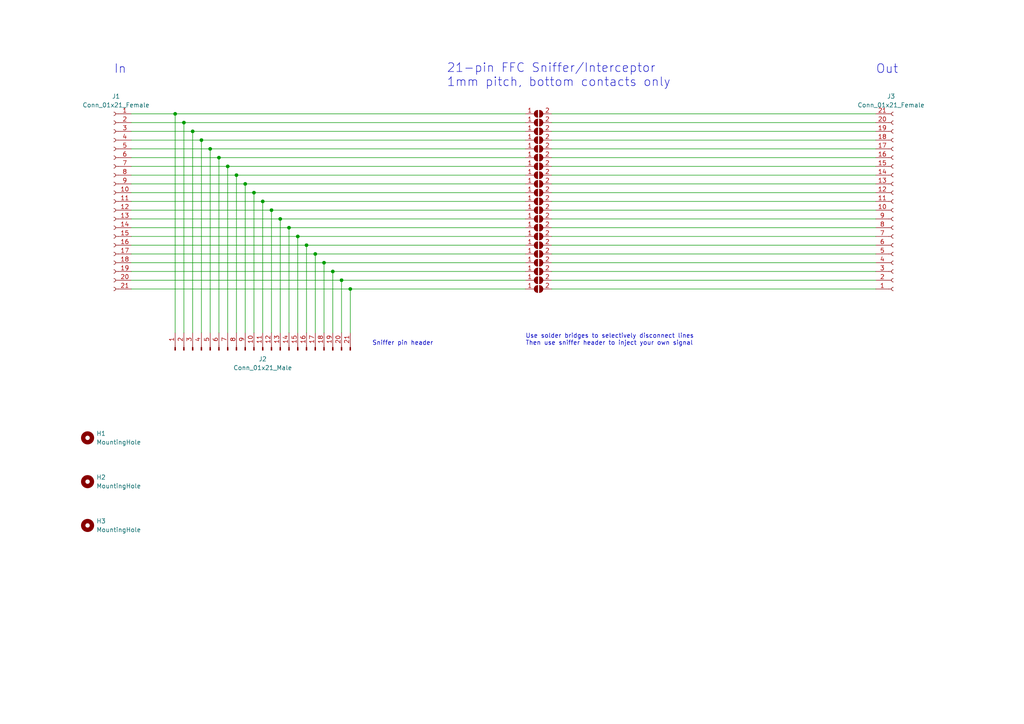
<source format=kicad_sch>
(kicad_sch (version 20211123) (generator eeschema)

  (uuid 9538e4ed-27e6-4c37-b989-9859dc0d49e8)

  (paper "A4")

  (lib_symbols
    (symbol "Connector:Conn_01x21_Female" (pin_names (offset 1.016) hide) (in_bom yes) (on_board yes)
      (property "Reference" "J" (id 0) (at 0 27.94 0)
        (effects (font (size 1.27 1.27)))
      )
      (property "Value" "Conn_01x21_Female" (id 1) (at 0 -27.94 0)
        (effects (font (size 1.27 1.27)))
      )
      (property "Footprint" "" (id 2) (at 0 0 0)
        (effects (font (size 1.27 1.27)) hide)
      )
      (property "Datasheet" "~" (id 3) (at 0 0 0)
        (effects (font (size 1.27 1.27)) hide)
      )
      (property "ki_keywords" "connector" (id 4) (at 0 0 0)
        (effects (font (size 1.27 1.27)) hide)
      )
      (property "ki_description" "Generic connector, single row, 01x21, script generated (kicad-library-utils/schlib/autogen/connector/)" (id 5) (at 0 0 0)
        (effects (font (size 1.27 1.27)) hide)
      )
      (property "ki_fp_filters" "Connector*:*_1x??_*" (id 6) (at 0 0 0)
        (effects (font (size 1.27 1.27)) hide)
      )
      (symbol "Conn_01x21_Female_1_1"
        (arc (start 0 -24.892) (mid -0.508 -25.4) (end 0 -25.908)
          (stroke (width 0.1524) (type default) (color 0 0 0 0))
          (fill (type none))
        )
        (arc (start 0 -22.352) (mid -0.508 -22.86) (end 0 -23.368)
          (stroke (width 0.1524) (type default) (color 0 0 0 0))
          (fill (type none))
        )
        (arc (start 0 -19.812) (mid -0.508 -20.32) (end 0 -20.828)
          (stroke (width 0.1524) (type default) (color 0 0 0 0))
          (fill (type none))
        )
        (arc (start 0 -17.272) (mid -0.508 -17.78) (end 0 -18.288)
          (stroke (width 0.1524) (type default) (color 0 0 0 0))
          (fill (type none))
        )
        (arc (start 0 -14.732) (mid -0.508 -15.24) (end 0 -15.748)
          (stroke (width 0.1524) (type default) (color 0 0 0 0))
          (fill (type none))
        )
        (arc (start 0 -12.192) (mid -0.508 -12.7) (end 0 -13.208)
          (stroke (width 0.1524) (type default) (color 0 0 0 0))
          (fill (type none))
        )
        (arc (start 0 -9.652) (mid -0.508 -10.16) (end 0 -10.668)
          (stroke (width 0.1524) (type default) (color 0 0 0 0))
          (fill (type none))
        )
        (arc (start 0 -7.112) (mid -0.508 -7.62) (end 0 -8.128)
          (stroke (width 0.1524) (type default) (color 0 0 0 0))
          (fill (type none))
        )
        (arc (start 0 -4.572) (mid -0.508 -5.08) (end 0 -5.588)
          (stroke (width 0.1524) (type default) (color 0 0 0 0))
          (fill (type none))
        )
        (arc (start 0 -2.032) (mid -0.508 -2.54) (end 0 -3.048)
          (stroke (width 0.1524) (type default) (color 0 0 0 0))
          (fill (type none))
        )
        (polyline
          (pts
            (xy -1.27 -25.4)
            (xy -0.508 -25.4)
          )
          (stroke (width 0.1524) (type default) (color 0 0 0 0))
          (fill (type none))
        )
        (polyline
          (pts
            (xy -1.27 -22.86)
            (xy -0.508 -22.86)
          )
          (stroke (width 0.1524) (type default) (color 0 0 0 0))
          (fill (type none))
        )
        (polyline
          (pts
            (xy -1.27 -20.32)
            (xy -0.508 -20.32)
          )
          (stroke (width 0.1524) (type default) (color 0 0 0 0))
          (fill (type none))
        )
        (polyline
          (pts
            (xy -1.27 -17.78)
            (xy -0.508 -17.78)
          )
          (stroke (width 0.1524) (type default) (color 0 0 0 0))
          (fill (type none))
        )
        (polyline
          (pts
            (xy -1.27 -15.24)
            (xy -0.508 -15.24)
          )
          (stroke (width 0.1524) (type default) (color 0 0 0 0))
          (fill (type none))
        )
        (polyline
          (pts
            (xy -1.27 -12.7)
            (xy -0.508 -12.7)
          )
          (stroke (width 0.1524) (type default) (color 0 0 0 0))
          (fill (type none))
        )
        (polyline
          (pts
            (xy -1.27 -10.16)
            (xy -0.508 -10.16)
          )
          (stroke (width 0.1524) (type default) (color 0 0 0 0))
          (fill (type none))
        )
        (polyline
          (pts
            (xy -1.27 -7.62)
            (xy -0.508 -7.62)
          )
          (stroke (width 0.1524) (type default) (color 0 0 0 0))
          (fill (type none))
        )
        (polyline
          (pts
            (xy -1.27 -5.08)
            (xy -0.508 -5.08)
          )
          (stroke (width 0.1524) (type default) (color 0 0 0 0))
          (fill (type none))
        )
        (polyline
          (pts
            (xy -1.27 -2.54)
            (xy -0.508 -2.54)
          )
          (stroke (width 0.1524) (type default) (color 0 0 0 0))
          (fill (type none))
        )
        (polyline
          (pts
            (xy -1.27 0)
            (xy -0.508 0)
          )
          (stroke (width 0.1524) (type default) (color 0 0 0 0))
          (fill (type none))
        )
        (polyline
          (pts
            (xy -1.27 2.54)
            (xy -0.508 2.54)
          )
          (stroke (width 0.1524) (type default) (color 0 0 0 0))
          (fill (type none))
        )
        (polyline
          (pts
            (xy -1.27 5.08)
            (xy -0.508 5.08)
          )
          (stroke (width 0.1524) (type default) (color 0 0 0 0))
          (fill (type none))
        )
        (polyline
          (pts
            (xy -1.27 7.62)
            (xy -0.508 7.62)
          )
          (stroke (width 0.1524) (type default) (color 0 0 0 0))
          (fill (type none))
        )
        (polyline
          (pts
            (xy -1.27 10.16)
            (xy -0.508 10.16)
          )
          (stroke (width 0.1524) (type default) (color 0 0 0 0))
          (fill (type none))
        )
        (polyline
          (pts
            (xy -1.27 12.7)
            (xy -0.508 12.7)
          )
          (stroke (width 0.1524) (type default) (color 0 0 0 0))
          (fill (type none))
        )
        (polyline
          (pts
            (xy -1.27 15.24)
            (xy -0.508 15.24)
          )
          (stroke (width 0.1524) (type default) (color 0 0 0 0))
          (fill (type none))
        )
        (polyline
          (pts
            (xy -1.27 17.78)
            (xy -0.508 17.78)
          )
          (stroke (width 0.1524) (type default) (color 0 0 0 0))
          (fill (type none))
        )
        (polyline
          (pts
            (xy -1.27 20.32)
            (xy -0.508 20.32)
          )
          (stroke (width 0.1524) (type default) (color 0 0 0 0))
          (fill (type none))
        )
        (polyline
          (pts
            (xy -1.27 22.86)
            (xy -0.508 22.86)
          )
          (stroke (width 0.1524) (type default) (color 0 0 0 0))
          (fill (type none))
        )
        (polyline
          (pts
            (xy -1.27 25.4)
            (xy -0.508 25.4)
          )
          (stroke (width 0.1524) (type default) (color 0 0 0 0))
          (fill (type none))
        )
        (arc (start 0 0.508) (mid -0.508 0) (end 0 -0.508)
          (stroke (width 0.1524) (type default) (color 0 0 0 0))
          (fill (type none))
        )
        (arc (start 0 3.048) (mid -0.508 2.54) (end 0 2.032)
          (stroke (width 0.1524) (type default) (color 0 0 0 0))
          (fill (type none))
        )
        (arc (start 0 5.588) (mid -0.508 5.08) (end 0 4.572)
          (stroke (width 0.1524) (type default) (color 0 0 0 0))
          (fill (type none))
        )
        (arc (start 0 8.128) (mid -0.508 7.62) (end 0 7.112)
          (stroke (width 0.1524) (type default) (color 0 0 0 0))
          (fill (type none))
        )
        (arc (start 0 10.668) (mid -0.508 10.16) (end 0 9.652)
          (stroke (width 0.1524) (type default) (color 0 0 0 0))
          (fill (type none))
        )
        (arc (start 0 13.208) (mid -0.508 12.7) (end 0 12.192)
          (stroke (width 0.1524) (type default) (color 0 0 0 0))
          (fill (type none))
        )
        (arc (start 0 15.748) (mid -0.508 15.24) (end 0 14.732)
          (stroke (width 0.1524) (type default) (color 0 0 0 0))
          (fill (type none))
        )
        (arc (start 0 18.288) (mid -0.508 17.78) (end 0 17.272)
          (stroke (width 0.1524) (type default) (color 0 0 0 0))
          (fill (type none))
        )
        (arc (start 0 20.828) (mid -0.508 20.32) (end 0 19.812)
          (stroke (width 0.1524) (type default) (color 0 0 0 0))
          (fill (type none))
        )
        (arc (start 0 23.368) (mid -0.508 22.86) (end 0 22.352)
          (stroke (width 0.1524) (type default) (color 0 0 0 0))
          (fill (type none))
        )
        (arc (start 0 25.908) (mid -0.508 25.4) (end 0 24.892)
          (stroke (width 0.1524) (type default) (color 0 0 0 0))
          (fill (type none))
        )
        (pin passive line (at -5.08 25.4 0) (length 3.81)
          (name "Pin_1" (effects (font (size 1.27 1.27))))
          (number "1" (effects (font (size 1.27 1.27))))
        )
        (pin passive line (at -5.08 2.54 0) (length 3.81)
          (name "Pin_10" (effects (font (size 1.27 1.27))))
          (number "10" (effects (font (size 1.27 1.27))))
        )
        (pin passive line (at -5.08 0 0) (length 3.81)
          (name "Pin_11" (effects (font (size 1.27 1.27))))
          (number "11" (effects (font (size 1.27 1.27))))
        )
        (pin passive line (at -5.08 -2.54 0) (length 3.81)
          (name "Pin_12" (effects (font (size 1.27 1.27))))
          (number "12" (effects (font (size 1.27 1.27))))
        )
        (pin passive line (at -5.08 -5.08 0) (length 3.81)
          (name "Pin_13" (effects (font (size 1.27 1.27))))
          (number "13" (effects (font (size 1.27 1.27))))
        )
        (pin passive line (at -5.08 -7.62 0) (length 3.81)
          (name "Pin_14" (effects (font (size 1.27 1.27))))
          (number "14" (effects (font (size 1.27 1.27))))
        )
        (pin passive line (at -5.08 -10.16 0) (length 3.81)
          (name "Pin_15" (effects (font (size 1.27 1.27))))
          (number "15" (effects (font (size 1.27 1.27))))
        )
        (pin passive line (at -5.08 -12.7 0) (length 3.81)
          (name "Pin_16" (effects (font (size 1.27 1.27))))
          (number "16" (effects (font (size 1.27 1.27))))
        )
        (pin passive line (at -5.08 -15.24 0) (length 3.81)
          (name "Pin_17" (effects (font (size 1.27 1.27))))
          (number "17" (effects (font (size 1.27 1.27))))
        )
        (pin passive line (at -5.08 -17.78 0) (length 3.81)
          (name "Pin_18" (effects (font (size 1.27 1.27))))
          (number "18" (effects (font (size 1.27 1.27))))
        )
        (pin passive line (at -5.08 -20.32 0) (length 3.81)
          (name "Pin_19" (effects (font (size 1.27 1.27))))
          (number "19" (effects (font (size 1.27 1.27))))
        )
        (pin passive line (at -5.08 22.86 0) (length 3.81)
          (name "Pin_2" (effects (font (size 1.27 1.27))))
          (number "2" (effects (font (size 1.27 1.27))))
        )
        (pin passive line (at -5.08 -22.86 0) (length 3.81)
          (name "Pin_20" (effects (font (size 1.27 1.27))))
          (number "20" (effects (font (size 1.27 1.27))))
        )
        (pin passive line (at -5.08 -25.4 0) (length 3.81)
          (name "Pin_21" (effects (font (size 1.27 1.27))))
          (number "21" (effects (font (size 1.27 1.27))))
        )
        (pin passive line (at -5.08 20.32 0) (length 3.81)
          (name "Pin_3" (effects (font (size 1.27 1.27))))
          (number "3" (effects (font (size 1.27 1.27))))
        )
        (pin passive line (at -5.08 17.78 0) (length 3.81)
          (name "Pin_4" (effects (font (size 1.27 1.27))))
          (number "4" (effects (font (size 1.27 1.27))))
        )
        (pin passive line (at -5.08 15.24 0) (length 3.81)
          (name "Pin_5" (effects (font (size 1.27 1.27))))
          (number "5" (effects (font (size 1.27 1.27))))
        )
        (pin passive line (at -5.08 12.7 0) (length 3.81)
          (name "Pin_6" (effects (font (size 1.27 1.27))))
          (number "6" (effects (font (size 1.27 1.27))))
        )
        (pin passive line (at -5.08 10.16 0) (length 3.81)
          (name "Pin_7" (effects (font (size 1.27 1.27))))
          (number "7" (effects (font (size 1.27 1.27))))
        )
        (pin passive line (at -5.08 7.62 0) (length 3.81)
          (name "Pin_8" (effects (font (size 1.27 1.27))))
          (number "8" (effects (font (size 1.27 1.27))))
        )
        (pin passive line (at -5.08 5.08 0) (length 3.81)
          (name "Pin_9" (effects (font (size 1.27 1.27))))
          (number "9" (effects (font (size 1.27 1.27))))
        )
      )
    )
    (symbol "Connector:Conn_01x21_Male" (pin_names (offset 1.016) hide) (in_bom yes) (on_board yes)
      (property "Reference" "J" (id 0) (at 0 27.94 0)
        (effects (font (size 1.27 1.27)))
      )
      (property "Value" "Conn_01x21_Male" (id 1) (at 0 -27.94 0)
        (effects (font (size 1.27 1.27)))
      )
      (property "Footprint" "" (id 2) (at 0 0 0)
        (effects (font (size 1.27 1.27)) hide)
      )
      (property "Datasheet" "~" (id 3) (at 0 0 0)
        (effects (font (size 1.27 1.27)) hide)
      )
      (property "ki_keywords" "connector" (id 4) (at 0 0 0)
        (effects (font (size 1.27 1.27)) hide)
      )
      (property "ki_description" "Generic connector, single row, 01x21, script generated (kicad-library-utils/schlib/autogen/connector/)" (id 5) (at 0 0 0)
        (effects (font (size 1.27 1.27)) hide)
      )
      (property "ki_fp_filters" "Connector*:*_1x??_*" (id 6) (at 0 0 0)
        (effects (font (size 1.27 1.27)) hide)
      )
      (symbol "Conn_01x21_Male_1_1"
        (polyline
          (pts
            (xy 1.27 -25.4)
            (xy 0.8636 -25.4)
          )
          (stroke (width 0.1524) (type default) (color 0 0 0 0))
          (fill (type none))
        )
        (polyline
          (pts
            (xy 1.27 -22.86)
            (xy 0.8636 -22.86)
          )
          (stroke (width 0.1524) (type default) (color 0 0 0 0))
          (fill (type none))
        )
        (polyline
          (pts
            (xy 1.27 -20.32)
            (xy 0.8636 -20.32)
          )
          (stroke (width 0.1524) (type default) (color 0 0 0 0))
          (fill (type none))
        )
        (polyline
          (pts
            (xy 1.27 -17.78)
            (xy 0.8636 -17.78)
          )
          (stroke (width 0.1524) (type default) (color 0 0 0 0))
          (fill (type none))
        )
        (polyline
          (pts
            (xy 1.27 -15.24)
            (xy 0.8636 -15.24)
          )
          (stroke (width 0.1524) (type default) (color 0 0 0 0))
          (fill (type none))
        )
        (polyline
          (pts
            (xy 1.27 -12.7)
            (xy 0.8636 -12.7)
          )
          (stroke (width 0.1524) (type default) (color 0 0 0 0))
          (fill (type none))
        )
        (polyline
          (pts
            (xy 1.27 -10.16)
            (xy 0.8636 -10.16)
          )
          (stroke (width 0.1524) (type default) (color 0 0 0 0))
          (fill (type none))
        )
        (polyline
          (pts
            (xy 1.27 -7.62)
            (xy 0.8636 -7.62)
          )
          (stroke (width 0.1524) (type default) (color 0 0 0 0))
          (fill (type none))
        )
        (polyline
          (pts
            (xy 1.27 -5.08)
            (xy 0.8636 -5.08)
          )
          (stroke (width 0.1524) (type default) (color 0 0 0 0))
          (fill (type none))
        )
        (polyline
          (pts
            (xy 1.27 -2.54)
            (xy 0.8636 -2.54)
          )
          (stroke (width 0.1524) (type default) (color 0 0 0 0))
          (fill (type none))
        )
        (polyline
          (pts
            (xy 1.27 0)
            (xy 0.8636 0)
          )
          (stroke (width 0.1524) (type default) (color 0 0 0 0))
          (fill (type none))
        )
        (polyline
          (pts
            (xy 1.27 2.54)
            (xy 0.8636 2.54)
          )
          (stroke (width 0.1524) (type default) (color 0 0 0 0))
          (fill (type none))
        )
        (polyline
          (pts
            (xy 1.27 5.08)
            (xy 0.8636 5.08)
          )
          (stroke (width 0.1524) (type default) (color 0 0 0 0))
          (fill (type none))
        )
        (polyline
          (pts
            (xy 1.27 7.62)
            (xy 0.8636 7.62)
          )
          (stroke (width 0.1524) (type default) (color 0 0 0 0))
          (fill (type none))
        )
        (polyline
          (pts
            (xy 1.27 10.16)
            (xy 0.8636 10.16)
          )
          (stroke (width 0.1524) (type default) (color 0 0 0 0))
          (fill (type none))
        )
        (polyline
          (pts
            (xy 1.27 12.7)
            (xy 0.8636 12.7)
          )
          (stroke (width 0.1524) (type default) (color 0 0 0 0))
          (fill (type none))
        )
        (polyline
          (pts
            (xy 1.27 15.24)
            (xy 0.8636 15.24)
          )
          (stroke (width 0.1524) (type default) (color 0 0 0 0))
          (fill (type none))
        )
        (polyline
          (pts
            (xy 1.27 17.78)
            (xy 0.8636 17.78)
          )
          (stroke (width 0.1524) (type default) (color 0 0 0 0))
          (fill (type none))
        )
        (polyline
          (pts
            (xy 1.27 20.32)
            (xy 0.8636 20.32)
          )
          (stroke (width 0.1524) (type default) (color 0 0 0 0))
          (fill (type none))
        )
        (polyline
          (pts
            (xy 1.27 22.86)
            (xy 0.8636 22.86)
          )
          (stroke (width 0.1524) (type default) (color 0 0 0 0))
          (fill (type none))
        )
        (polyline
          (pts
            (xy 1.27 25.4)
            (xy 0.8636 25.4)
          )
          (stroke (width 0.1524) (type default) (color 0 0 0 0))
          (fill (type none))
        )
        (rectangle (start 0.8636 -25.273) (end 0 -25.527)
          (stroke (width 0.1524) (type default) (color 0 0 0 0))
          (fill (type outline))
        )
        (rectangle (start 0.8636 -22.733) (end 0 -22.987)
          (stroke (width 0.1524) (type default) (color 0 0 0 0))
          (fill (type outline))
        )
        (rectangle (start 0.8636 -20.193) (end 0 -20.447)
          (stroke (width 0.1524) (type default) (color 0 0 0 0))
          (fill (type outline))
        )
        (rectangle (start 0.8636 -17.653) (end 0 -17.907)
          (stroke (width 0.1524) (type default) (color 0 0 0 0))
          (fill (type outline))
        )
        (rectangle (start 0.8636 -15.113) (end 0 -15.367)
          (stroke (width 0.1524) (type default) (color 0 0 0 0))
          (fill (type outline))
        )
        (rectangle (start 0.8636 -12.573) (end 0 -12.827)
          (stroke (width 0.1524) (type default) (color 0 0 0 0))
          (fill (type outline))
        )
        (rectangle (start 0.8636 -10.033) (end 0 -10.287)
          (stroke (width 0.1524) (type default) (color 0 0 0 0))
          (fill (type outline))
        )
        (rectangle (start 0.8636 -7.493) (end 0 -7.747)
          (stroke (width 0.1524) (type default) (color 0 0 0 0))
          (fill (type outline))
        )
        (rectangle (start 0.8636 -4.953) (end 0 -5.207)
          (stroke (width 0.1524) (type default) (color 0 0 0 0))
          (fill (type outline))
        )
        (rectangle (start 0.8636 -2.413) (end 0 -2.667)
          (stroke (width 0.1524) (type default) (color 0 0 0 0))
          (fill (type outline))
        )
        (rectangle (start 0.8636 0.127) (end 0 -0.127)
          (stroke (width 0.1524) (type default) (color 0 0 0 0))
          (fill (type outline))
        )
        (rectangle (start 0.8636 2.667) (end 0 2.413)
          (stroke (width 0.1524) (type default) (color 0 0 0 0))
          (fill (type outline))
        )
        (rectangle (start 0.8636 5.207) (end 0 4.953)
          (stroke (width 0.1524) (type default) (color 0 0 0 0))
          (fill (type outline))
        )
        (rectangle (start 0.8636 7.747) (end 0 7.493)
          (stroke (width 0.1524) (type default) (color 0 0 0 0))
          (fill (type outline))
        )
        (rectangle (start 0.8636 10.287) (end 0 10.033)
          (stroke (width 0.1524) (type default) (color 0 0 0 0))
          (fill (type outline))
        )
        (rectangle (start 0.8636 12.827) (end 0 12.573)
          (stroke (width 0.1524) (type default) (color 0 0 0 0))
          (fill (type outline))
        )
        (rectangle (start 0.8636 15.367) (end 0 15.113)
          (stroke (width 0.1524) (type default) (color 0 0 0 0))
          (fill (type outline))
        )
        (rectangle (start 0.8636 17.907) (end 0 17.653)
          (stroke (width 0.1524) (type default) (color 0 0 0 0))
          (fill (type outline))
        )
        (rectangle (start 0.8636 20.447) (end 0 20.193)
          (stroke (width 0.1524) (type default) (color 0 0 0 0))
          (fill (type outline))
        )
        (rectangle (start 0.8636 22.987) (end 0 22.733)
          (stroke (width 0.1524) (type default) (color 0 0 0 0))
          (fill (type outline))
        )
        (rectangle (start 0.8636 25.527) (end 0 25.273)
          (stroke (width 0.1524) (type default) (color 0 0 0 0))
          (fill (type outline))
        )
        (pin passive line (at 5.08 25.4 180) (length 3.81)
          (name "Pin_1" (effects (font (size 1.27 1.27))))
          (number "1" (effects (font (size 1.27 1.27))))
        )
        (pin passive line (at 5.08 2.54 180) (length 3.81)
          (name "Pin_10" (effects (font (size 1.27 1.27))))
          (number "10" (effects (font (size 1.27 1.27))))
        )
        (pin passive line (at 5.08 0 180) (length 3.81)
          (name "Pin_11" (effects (font (size 1.27 1.27))))
          (number "11" (effects (font (size 1.27 1.27))))
        )
        (pin passive line (at 5.08 -2.54 180) (length 3.81)
          (name "Pin_12" (effects (font (size 1.27 1.27))))
          (number "12" (effects (font (size 1.27 1.27))))
        )
        (pin passive line (at 5.08 -5.08 180) (length 3.81)
          (name "Pin_13" (effects (font (size 1.27 1.27))))
          (number "13" (effects (font (size 1.27 1.27))))
        )
        (pin passive line (at 5.08 -7.62 180) (length 3.81)
          (name "Pin_14" (effects (font (size 1.27 1.27))))
          (number "14" (effects (font (size 1.27 1.27))))
        )
        (pin passive line (at 5.08 -10.16 180) (length 3.81)
          (name "Pin_15" (effects (font (size 1.27 1.27))))
          (number "15" (effects (font (size 1.27 1.27))))
        )
        (pin passive line (at 5.08 -12.7 180) (length 3.81)
          (name "Pin_16" (effects (font (size 1.27 1.27))))
          (number "16" (effects (font (size 1.27 1.27))))
        )
        (pin passive line (at 5.08 -15.24 180) (length 3.81)
          (name "Pin_17" (effects (font (size 1.27 1.27))))
          (number "17" (effects (font (size 1.27 1.27))))
        )
        (pin passive line (at 5.08 -17.78 180) (length 3.81)
          (name "Pin_18" (effects (font (size 1.27 1.27))))
          (number "18" (effects (font (size 1.27 1.27))))
        )
        (pin passive line (at 5.08 -20.32 180) (length 3.81)
          (name "Pin_19" (effects (font (size 1.27 1.27))))
          (number "19" (effects (font (size 1.27 1.27))))
        )
        (pin passive line (at 5.08 22.86 180) (length 3.81)
          (name "Pin_2" (effects (font (size 1.27 1.27))))
          (number "2" (effects (font (size 1.27 1.27))))
        )
        (pin passive line (at 5.08 -22.86 180) (length 3.81)
          (name "Pin_20" (effects (font (size 1.27 1.27))))
          (number "20" (effects (font (size 1.27 1.27))))
        )
        (pin passive line (at 5.08 -25.4 180) (length 3.81)
          (name "Pin_21" (effects (font (size 1.27 1.27))))
          (number "21" (effects (font (size 1.27 1.27))))
        )
        (pin passive line (at 5.08 20.32 180) (length 3.81)
          (name "Pin_3" (effects (font (size 1.27 1.27))))
          (number "3" (effects (font (size 1.27 1.27))))
        )
        (pin passive line (at 5.08 17.78 180) (length 3.81)
          (name "Pin_4" (effects (font (size 1.27 1.27))))
          (number "4" (effects (font (size 1.27 1.27))))
        )
        (pin passive line (at 5.08 15.24 180) (length 3.81)
          (name "Pin_5" (effects (font (size 1.27 1.27))))
          (number "5" (effects (font (size 1.27 1.27))))
        )
        (pin passive line (at 5.08 12.7 180) (length 3.81)
          (name "Pin_6" (effects (font (size 1.27 1.27))))
          (number "6" (effects (font (size 1.27 1.27))))
        )
        (pin passive line (at 5.08 10.16 180) (length 3.81)
          (name "Pin_7" (effects (font (size 1.27 1.27))))
          (number "7" (effects (font (size 1.27 1.27))))
        )
        (pin passive line (at 5.08 7.62 180) (length 3.81)
          (name "Pin_8" (effects (font (size 1.27 1.27))))
          (number "8" (effects (font (size 1.27 1.27))))
        )
        (pin passive line (at 5.08 5.08 180) (length 3.81)
          (name "Pin_9" (effects (font (size 1.27 1.27))))
          (number "9" (effects (font (size 1.27 1.27))))
        )
      )
    )
    (symbol "Jumper:SolderJumper_2_Open" (pin_names (offset 0) hide) (in_bom yes) (on_board yes)
      (property "Reference" "JP" (id 0) (at 0 2.032 0)
        (effects (font (size 1.27 1.27)))
      )
      (property "Value" "SolderJumper_2_Open" (id 1) (at 0 -2.54 0)
        (effects (font (size 1.27 1.27)))
      )
      (property "Footprint" "" (id 2) (at 0 0 0)
        (effects (font (size 1.27 1.27)) hide)
      )
      (property "Datasheet" "~" (id 3) (at 0 0 0)
        (effects (font (size 1.27 1.27)) hide)
      )
      (property "ki_keywords" "solder jumper SPST" (id 4) (at 0 0 0)
        (effects (font (size 1.27 1.27)) hide)
      )
      (property "ki_description" "Solder Jumper, 2-pole, open" (id 5) (at 0 0 0)
        (effects (font (size 1.27 1.27)) hide)
      )
      (property "ki_fp_filters" "SolderJumper*Open*" (id 6) (at 0 0 0)
        (effects (font (size 1.27 1.27)) hide)
      )
      (symbol "SolderJumper_2_Open_0_1"
        (arc (start -0.254 1.016) (mid -1.27 0) (end -0.254 -1.016)
          (stroke (width 0) (type default) (color 0 0 0 0))
          (fill (type none))
        )
        (arc (start -0.254 1.016) (mid -1.27 0) (end -0.254 -1.016)
          (stroke (width 0) (type default) (color 0 0 0 0))
          (fill (type outline))
        )
        (polyline
          (pts
            (xy -0.254 1.016)
            (xy -0.254 -1.016)
          )
          (stroke (width 0) (type default) (color 0 0 0 0))
          (fill (type none))
        )
        (polyline
          (pts
            (xy 0.254 1.016)
            (xy 0.254 -1.016)
          )
          (stroke (width 0) (type default) (color 0 0 0 0))
          (fill (type none))
        )
        (arc (start 0.254 -1.016) (mid 1.27 0) (end 0.254 1.016)
          (stroke (width 0) (type default) (color 0 0 0 0))
          (fill (type none))
        )
        (arc (start 0.254 -1.016) (mid 1.27 0) (end 0.254 1.016)
          (stroke (width 0) (type default) (color 0 0 0 0))
          (fill (type outline))
        )
      )
      (symbol "SolderJumper_2_Open_1_1"
        (pin passive line (at -3.81 0 0) (length 2.54)
          (name "A" (effects (font (size 1.27 1.27))))
          (number "1" (effects (font (size 1.27 1.27))))
        )
        (pin passive line (at 3.81 0 180) (length 2.54)
          (name "B" (effects (font (size 1.27 1.27))))
          (number "2" (effects (font (size 1.27 1.27))))
        )
      )
    )
    (symbol "Mechanical:MountingHole" (pin_names (offset 1.016)) (in_bom yes) (on_board yes)
      (property "Reference" "H" (id 0) (at 0 5.08 0)
        (effects (font (size 1.27 1.27)))
      )
      (property "Value" "MountingHole" (id 1) (at 0 3.175 0)
        (effects (font (size 1.27 1.27)))
      )
      (property "Footprint" "" (id 2) (at 0 0 0)
        (effects (font (size 1.27 1.27)) hide)
      )
      (property "Datasheet" "~" (id 3) (at 0 0 0)
        (effects (font (size 1.27 1.27)) hide)
      )
      (property "ki_keywords" "mounting hole" (id 4) (at 0 0 0)
        (effects (font (size 1.27 1.27)) hide)
      )
      (property "ki_description" "Mounting Hole without connection" (id 5) (at 0 0 0)
        (effects (font (size 1.27 1.27)) hide)
      )
      (property "ki_fp_filters" "MountingHole*" (id 6) (at 0 0 0)
        (effects (font (size 1.27 1.27)) hide)
      )
      (symbol "MountingHole_0_1"
        (circle (center 0 0) (radius 1.27)
          (stroke (width 1.27) (type default) (color 0 0 0 0))
          (fill (type none))
        )
      )
    )
  )

  (junction (at 99.06 81.28) (diameter 0) (color 0 0 0 0)
    (uuid 0f7c5969-7860-408b-95f4-fcc76e120755)
  )
  (junction (at 83.82 66.04) (diameter 0) (color 0 0 0 0)
    (uuid 248c7cf8-80c2-49e0-8278-19053b541229)
  )
  (junction (at 50.8 33.02) (diameter 0) (color 0 0 0 0)
    (uuid 29283b10-35d3-45cb-bd5d-f72658dfde09)
  )
  (junction (at 63.5 45.72) (diameter 0) (color 0 0 0 0)
    (uuid 36c417ef-977f-45b6-bac3-d340cd136eec)
  )
  (junction (at 71.12 53.34) (diameter 0) (color 0 0 0 0)
    (uuid 37762020-bb4b-488a-9ab3-452e399534f5)
  )
  (junction (at 86.36 68.58) (diameter 0) (color 0 0 0 0)
    (uuid 4598fd6e-783c-431a-9a62-f7d7e0bc33de)
  )
  (junction (at 91.44 73.66) (diameter 0) (color 0 0 0 0)
    (uuid 4624ac62-6cd2-4478-a80d-585919dca84f)
  )
  (junction (at 96.52 78.74) (diameter 0) (color 0 0 0 0)
    (uuid 60dd8c2b-b2af-4561-b758-03dc1122f07d)
  )
  (junction (at 55.88 38.1) (diameter 0) (color 0 0 0 0)
    (uuid 6ccc77ff-199d-44b1-a51e-e68f5922bdcc)
  )
  (junction (at 93.98 76.2) (diameter 0) (color 0 0 0 0)
    (uuid 750a6fd6-6e19-4f0b-a790-1fa8a206132c)
  )
  (junction (at 58.42 40.64) (diameter 0) (color 0 0 0 0)
    (uuid 78e0a2b7-1554-426c-ace1-35436d22d984)
  )
  (junction (at 81.28 63.5) (diameter 0) (color 0 0 0 0)
    (uuid 78e0ea42-eb11-4763-b3e9-8523ca0d0421)
  )
  (junction (at 68.58 50.8) (diameter 0) (color 0 0 0 0)
    (uuid 82e6f85d-c557-4c47-8aaa-a457181fdc8d)
  )
  (junction (at 88.9 71.12) (diameter 0) (color 0 0 0 0)
    (uuid 9359e2bf-07e4-4809-b217-bf6edb0f497f)
  )
  (junction (at 53.34 35.56) (diameter 0) (color 0 0 0 0)
    (uuid b053bfca-5141-49fb-b31d-cb039956e323)
  )
  (junction (at 73.66 55.88) (diameter 0) (color 0 0 0 0)
    (uuid b3668f6a-63a8-4494-9550-1ae52eda972e)
  )
  (junction (at 101.6 83.82) (diameter 0) (color 0 0 0 0)
    (uuid c3d98275-8c0e-4a58-be6b-c79142377e2b)
  )
  (junction (at 60.96 43.18) (diameter 0) (color 0 0 0 0)
    (uuid c58110d4-39be-4033-926f-95cb34994a96)
  )
  (junction (at 66.04 48.26) (diameter 0) (color 0 0 0 0)
    (uuid c66fc053-13fd-47d9-a955-f9aa001d5cd4)
  )
  (junction (at 78.74 60.96) (diameter 0) (color 0 0 0 0)
    (uuid c6d5cc2e-f94f-45e1-a077-68648176413b)
  )
  (junction (at 76.2 58.42) (diameter 0) (color 0 0 0 0)
    (uuid f90a1d80-1451-4180-a0ed-7ae5ea9453e0)
  )

  (wire (pts (xy 38.1 53.34) (xy 71.12 53.34))
    (stroke (width 0) (type default) (color 0 0 0 0))
    (uuid 00e75af2-5f00-4606-8f50-27e9bb974a40)
  )
  (wire (pts (xy 58.42 40.64) (xy 58.42 96.52))
    (stroke (width 0) (type default) (color 0 0 0 0))
    (uuid 0240d6a9-e95d-400d-97be-a6c19598b0c3)
  )
  (wire (pts (xy 55.88 38.1) (xy 152.4 38.1))
    (stroke (width 0) (type default) (color 0 0 0 0))
    (uuid 03573eaa-9d46-4529-8b72-a2e2ede9abe2)
  )
  (wire (pts (xy 91.44 73.66) (xy 91.44 96.52))
    (stroke (width 0) (type default) (color 0 0 0 0))
    (uuid 03cd8122-9559-4b04-aa0a-e2487e4bc8dd)
  )
  (wire (pts (xy 93.98 76.2) (xy 93.98 96.52))
    (stroke (width 0) (type default) (color 0 0 0 0))
    (uuid 0b230915-679c-4d82-a2d4-64b5da317713)
  )
  (wire (pts (xy 38.1 55.88) (xy 73.66 55.88))
    (stroke (width 0) (type default) (color 0 0 0 0))
    (uuid 0f9024c6-bc2f-4065-a8b3-2d73dc76bcf6)
  )
  (wire (pts (xy 60.96 43.18) (xy 152.4 43.18))
    (stroke (width 0) (type default) (color 0 0 0 0))
    (uuid 11127e80-ec12-4e08-9ede-12fe4cfb6629)
  )
  (wire (pts (xy 83.82 66.04) (xy 83.82 96.52))
    (stroke (width 0) (type default) (color 0 0 0 0))
    (uuid 152ad2e1-f030-42f0-b50c-944201cb3d46)
  )
  (wire (pts (xy 86.36 68.58) (xy 86.36 96.52))
    (stroke (width 0) (type default) (color 0 0 0 0))
    (uuid 170d3e27-e463-42ac-aca7-20a9b5655f70)
  )
  (wire (pts (xy 63.5 45.72) (xy 152.4 45.72))
    (stroke (width 0) (type default) (color 0 0 0 0))
    (uuid 1a10e5ee-769e-4308-85ea-c02ad6a54d8a)
  )
  (wire (pts (xy 38.1 38.1) (xy 55.88 38.1))
    (stroke (width 0) (type default) (color 0 0 0 0))
    (uuid 1ae52c00-ac1b-48a4-81f3-5447ffcab7d3)
  )
  (wire (pts (xy 38.1 50.8) (xy 68.58 50.8))
    (stroke (width 0) (type default) (color 0 0 0 0))
    (uuid 1cb5053a-6826-45d6-9868-74e43185d90b)
  )
  (wire (pts (xy 99.06 81.28) (xy 152.4 81.28))
    (stroke (width 0) (type default) (color 0 0 0 0))
    (uuid 237384a8-b88b-40e0-8456-d20b5263c2a4)
  )
  (wire (pts (xy 38.1 35.56) (xy 53.34 35.56))
    (stroke (width 0) (type default) (color 0 0 0 0))
    (uuid 24b5b5d8-bfba-4591-bb46-3d7cf0452c7d)
  )
  (wire (pts (xy 88.9 71.12) (xy 152.4 71.12))
    (stroke (width 0) (type default) (color 0 0 0 0))
    (uuid 27b6d9c4-93df-46f9-ab42-dae51574d3f6)
  )
  (wire (pts (xy 38.1 68.58) (xy 86.36 68.58))
    (stroke (width 0) (type default) (color 0 0 0 0))
    (uuid 2d53cf2e-7fd6-4ffe-9554-cf3cae22c433)
  )
  (wire (pts (xy 160.02 55.88) (xy 254 55.88))
    (stroke (width 0) (type default) (color 0 0 0 0))
    (uuid 2f96ccb0-8e79-448c-95a1-afe669e82f8e)
  )
  (wire (pts (xy 160.02 76.2) (xy 254 76.2))
    (stroke (width 0) (type default) (color 0 0 0 0))
    (uuid 2f987400-e70c-4e4a-9f7f-6c8f17cd3a03)
  )
  (wire (pts (xy 38.1 33.02) (xy 50.8 33.02))
    (stroke (width 0) (type default) (color 0 0 0 0))
    (uuid 41135709-b93a-4432-aae4-18c34ca1c671)
  )
  (wire (pts (xy 160.02 48.26) (xy 254 48.26))
    (stroke (width 0) (type default) (color 0 0 0 0))
    (uuid 46672d41-23f5-4a8b-a527-af3fd81ce725)
  )
  (wire (pts (xy 60.96 43.18) (xy 60.96 96.52))
    (stroke (width 0) (type default) (color 0 0 0 0))
    (uuid 466a9a20-486d-4309-9a72-522366f3904b)
  )
  (wire (pts (xy 50.8 33.02) (xy 50.8 96.52))
    (stroke (width 0) (type default) (color 0 0 0 0))
    (uuid 46e9973c-e98b-47ca-947a-21b72e3da35a)
  )
  (wire (pts (xy 66.04 48.26) (xy 66.04 96.52))
    (stroke (width 0) (type default) (color 0 0 0 0))
    (uuid 472fa016-51e8-4a81-aa71-85c7d41e2e20)
  )
  (wire (pts (xy 38.1 73.66) (xy 91.44 73.66))
    (stroke (width 0) (type default) (color 0 0 0 0))
    (uuid 4a885316-edb0-4106-b3c7-a7385a7c28b2)
  )
  (wire (pts (xy 73.66 55.88) (xy 73.66 96.52))
    (stroke (width 0) (type default) (color 0 0 0 0))
    (uuid 529e1d5c-a47a-40de-bec1-7dcff9311e01)
  )
  (wire (pts (xy 160.02 78.74) (xy 254 78.74))
    (stroke (width 0) (type default) (color 0 0 0 0))
    (uuid 549066ad-4914-45a4-80e8-609de366c91e)
  )
  (wire (pts (xy 38.1 48.26) (xy 66.04 48.26))
    (stroke (width 0) (type default) (color 0 0 0 0))
    (uuid 551afa83-5fee-4a10-a13a-df35ba07a4ed)
  )
  (wire (pts (xy 160.02 66.04) (xy 254 66.04))
    (stroke (width 0) (type default) (color 0 0 0 0))
    (uuid 5a1919c5-c59a-4fdd-8dab-ee90f8523bfb)
  )
  (wire (pts (xy 99.06 81.28) (xy 99.06 96.52))
    (stroke (width 0) (type default) (color 0 0 0 0))
    (uuid 5d3c3fdc-a432-4fb6-ab16-445618ba26ea)
  )
  (wire (pts (xy 160.02 81.28) (xy 254 81.28))
    (stroke (width 0) (type default) (color 0 0 0 0))
    (uuid 5f398f38-da05-4a50-a885-b59115d2bb9f)
  )
  (wire (pts (xy 91.44 73.66) (xy 152.4 73.66))
    (stroke (width 0) (type default) (color 0 0 0 0))
    (uuid 619fe3c1-78b6-436c-b91f-0834f14f050f)
  )
  (wire (pts (xy 63.5 45.72) (xy 63.5 96.52))
    (stroke (width 0) (type default) (color 0 0 0 0))
    (uuid 62c89305-c6d1-4cc4-b484-38b36a13f122)
  )
  (wire (pts (xy 160.02 40.64) (xy 254 40.64))
    (stroke (width 0) (type default) (color 0 0 0 0))
    (uuid 63f90b07-bb1a-4eef-884e-df67a9207382)
  )
  (wire (pts (xy 68.58 50.8) (xy 152.4 50.8))
    (stroke (width 0) (type default) (color 0 0 0 0))
    (uuid 6505e632-0bc4-4348-bbe5-9079c6bdec9e)
  )
  (wire (pts (xy 96.52 78.74) (xy 96.52 96.52))
    (stroke (width 0) (type default) (color 0 0 0 0))
    (uuid 65a27926-8642-4a52-9bc5-08be966426d3)
  )
  (wire (pts (xy 38.1 78.74) (xy 96.52 78.74))
    (stroke (width 0) (type default) (color 0 0 0 0))
    (uuid 6a17a281-9f35-42bb-aa4f-cf484aa55fac)
  )
  (wire (pts (xy 160.02 43.18) (xy 254 43.18))
    (stroke (width 0) (type default) (color 0 0 0 0))
    (uuid 6b6f1c20-68a9-490d-8ac0-fac6776de5c3)
  )
  (wire (pts (xy 38.1 66.04) (xy 83.82 66.04))
    (stroke (width 0) (type default) (color 0 0 0 0))
    (uuid 6dfecb66-b71e-4d5e-8107-a0beec15e331)
  )
  (wire (pts (xy 160.02 50.8) (xy 254 50.8))
    (stroke (width 0) (type default) (color 0 0 0 0))
    (uuid 78116165-bf7f-411a-adb7-44843ab0ef0f)
  )
  (wire (pts (xy 160.02 63.5) (xy 254 63.5))
    (stroke (width 0) (type default) (color 0 0 0 0))
    (uuid 79eeb019-19f3-402e-adf3-86292d9933a4)
  )
  (wire (pts (xy 71.12 53.34) (xy 71.12 96.52))
    (stroke (width 0) (type default) (color 0 0 0 0))
    (uuid 7a0e480c-7068-4c18-910a-d573b7f42dac)
  )
  (wire (pts (xy 38.1 71.12) (xy 88.9 71.12))
    (stroke (width 0) (type default) (color 0 0 0 0))
    (uuid 7bea3523-6a2e-412c-b48b-d85cf6b79368)
  )
  (wire (pts (xy 160.02 58.42) (xy 254 58.42))
    (stroke (width 0) (type default) (color 0 0 0 0))
    (uuid 839e6cd4-abfc-4c3d-a69b-2e2d37883a55)
  )
  (wire (pts (xy 160.02 73.66) (xy 254 73.66))
    (stroke (width 0) (type default) (color 0 0 0 0))
    (uuid 873b0236-2bb8-4c18-a77b-fe3dfb02714b)
  )
  (wire (pts (xy 38.1 58.42) (xy 76.2 58.42))
    (stroke (width 0) (type default) (color 0 0 0 0))
    (uuid 8d6c13a4-1b67-4175-8ba2-43b07a9b1e64)
  )
  (wire (pts (xy 160.02 53.34) (xy 254 53.34))
    (stroke (width 0) (type default) (color 0 0 0 0))
    (uuid 8db5beb1-dc95-4c40-886a-4d6e94f32f5e)
  )
  (wire (pts (xy 83.82 66.04) (xy 152.4 66.04))
    (stroke (width 0) (type default) (color 0 0 0 0))
    (uuid 8e39ac1e-5ec0-4627-a850-ac8dbc8fb287)
  )
  (wire (pts (xy 81.28 63.5) (xy 152.4 63.5))
    (stroke (width 0) (type default) (color 0 0 0 0))
    (uuid 915d1798-5d84-4e02-aa4d-93ae89438eff)
  )
  (wire (pts (xy 160.02 45.72) (xy 254 45.72))
    (stroke (width 0) (type default) (color 0 0 0 0))
    (uuid 9647f732-ae53-4baa-85b3-cbe18f2c61e6)
  )
  (wire (pts (xy 81.28 63.5) (xy 81.28 96.52))
    (stroke (width 0) (type default) (color 0 0 0 0))
    (uuid 96fcd1fa-7d63-4504-8134-b0dd5dd2b0f5)
  )
  (wire (pts (xy 55.88 38.1) (xy 55.88 96.52))
    (stroke (width 0) (type default) (color 0 0 0 0))
    (uuid 97f3e950-5e4b-44de-823c-b677923b9dcd)
  )
  (wire (pts (xy 38.1 83.82) (xy 101.6 83.82))
    (stroke (width 0) (type default) (color 0 0 0 0))
    (uuid 9970a69c-d9b2-4025-a8ff-fc8b89dfb7b8)
  )
  (wire (pts (xy 76.2 58.42) (xy 152.4 58.42))
    (stroke (width 0) (type default) (color 0 0 0 0))
    (uuid 9d690195-491d-48a9-8845-91c4564a023a)
  )
  (wire (pts (xy 86.36 68.58) (xy 152.4 68.58))
    (stroke (width 0) (type default) (color 0 0 0 0))
    (uuid a1f51765-9408-4e62-9c7e-f1ba302c2226)
  )
  (wire (pts (xy 101.6 83.82) (xy 152.4 83.82))
    (stroke (width 0) (type default) (color 0 0 0 0))
    (uuid a431f423-00c7-4287-b2d8-c93a3b03663b)
  )
  (wire (pts (xy 160.02 83.82) (xy 254 83.82))
    (stroke (width 0) (type default) (color 0 0 0 0))
    (uuid a5d914b4-358b-4e8c-9831-5afbf2aa1f32)
  )
  (wire (pts (xy 68.58 50.8) (xy 68.58 96.52))
    (stroke (width 0) (type default) (color 0 0 0 0))
    (uuid a754218b-fe65-43a8-a7a7-e9bb3dd9945d)
  )
  (wire (pts (xy 160.02 68.58) (xy 254 68.58))
    (stroke (width 0) (type default) (color 0 0 0 0))
    (uuid ab56aaa9-7dff-4603-a9b6-3f369a99f16d)
  )
  (wire (pts (xy 38.1 76.2) (xy 93.98 76.2))
    (stroke (width 0) (type default) (color 0 0 0 0))
    (uuid abb1d33b-cb10-45cc-9191-945865240f92)
  )
  (wire (pts (xy 76.2 58.42) (xy 76.2 96.52))
    (stroke (width 0) (type default) (color 0 0 0 0))
    (uuid ad23eabc-0d07-46a0-b14f-435bb476c3a3)
  )
  (wire (pts (xy 160.02 35.56) (xy 254 35.56))
    (stroke (width 0) (type default) (color 0 0 0 0))
    (uuid b1230a7c-bba1-40ab-a8ff-61401ba6e97c)
  )
  (wire (pts (xy 93.98 76.2) (xy 152.4 76.2))
    (stroke (width 0) (type default) (color 0 0 0 0))
    (uuid b3f8a3b4-6b7f-4a8a-9f13-20dfbf26d420)
  )
  (wire (pts (xy 50.8 33.02) (xy 152.4 33.02))
    (stroke (width 0) (type default) (color 0 0 0 0))
    (uuid b45316bf-0580-4f39-873c-f95e6d0561f2)
  )
  (wire (pts (xy 66.04 48.26) (xy 152.4 48.26))
    (stroke (width 0) (type default) (color 0 0 0 0))
    (uuid b518d6f8-fe66-4d15-ab08-9813f01ee6c7)
  )
  (wire (pts (xy 160.02 38.1) (xy 254 38.1))
    (stroke (width 0) (type default) (color 0 0 0 0))
    (uuid b8203da1-deb0-442f-b78b-1d4df51b6d70)
  )
  (wire (pts (xy 96.52 78.74) (xy 152.4 78.74))
    (stroke (width 0) (type default) (color 0 0 0 0))
    (uuid bab88823-1092-42ff-b3ee-503a721298da)
  )
  (wire (pts (xy 53.34 35.56) (xy 53.34 96.52))
    (stroke (width 0) (type default) (color 0 0 0 0))
    (uuid bd7da670-52c3-4f94-a4da-80e6f187601f)
  )
  (wire (pts (xy 38.1 40.64) (xy 58.42 40.64))
    (stroke (width 0) (type default) (color 0 0 0 0))
    (uuid c6d0a6c2-75db-41dc-a9c8-feb8905e6e24)
  )
  (wire (pts (xy 101.6 83.82) (xy 101.6 96.52))
    (stroke (width 0) (type default) (color 0 0 0 0))
    (uuid cb867352-1ad1-48de-96fb-ab9a52ae38de)
  )
  (wire (pts (xy 78.74 60.96) (xy 78.74 96.52))
    (stroke (width 0) (type default) (color 0 0 0 0))
    (uuid d6e280b7-1bec-43a0-a407-587cfeeaab67)
  )
  (wire (pts (xy 38.1 45.72) (xy 63.5 45.72))
    (stroke (width 0) (type default) (color 0 0 0 0))
    (uuid d84a41b9-90b5-4943-90c5-33cd087b99fe)
  )
  (wire (pts (xy 73.66 55.88) (xy 152.4 55.88))
    (stroke (width 0) (type default) (color 0 0 0 0))
    (uuid d971dc0d-3d1f-44bc-887a-45a2c751159b)
  )
  (wire (pts (xy 38.1 63.5) (xy 81.28 63.5))
    (stroke (width 0) (type default) (color 0 0 0 0))
    (uuid d9a9f213-3366-4aaa-b8fa-79c5d89a49d2)
  )
  (wire (pts (xy 38.1 43.18) (xy 60.96 43.18))
    (stroke (width 0) (type default) (color 0 0 0 0))
    (uuid db1bcc42-87df-448e-a5e9-22802202d13c)
  )
  (wire (pts (xy 160.02 71.12) (xy 254 71.12))
    (stroke (width 0) (type default) (color 0 0 0 0))
    (uuid e729e1bb-b7d6-4e71-b88d-eea835dc024c)
  )
  (wire (pts (xy 160.02 60.96) (xy 254 60.96))
    (stroke (width 0) (type default) (color 0 0 0 0))
    (uuid e75e101d-bfb4-4b8d-ad7b-df5f23a164a2)
  )
  (wire (pts (xy 38.1 81.28) (xy 99.06 81.28))
    (stroke (width 0) (type default) (color 0 0 0 0))
    (uuid e9b95151-ed78-452f-ac12-6a001b2709cc)
  )
  (wire (pts (xy 88.9 71.12) (xy 88.9 96.52))
    (stroke (width 0) (type default) (color 0 0 0 0))
    (uuid eb9a8bb8-6746-4889-bf96-bec877b59160)
  )
  (wire (pts (xy 71.12 53.34) (xy 152.4 53.34))
    (stroke (width 0) (type default) (color 0 0 0 0))
    (uuid ee7b9e22-3b88-422b-a0e4-382dcaf9450e)
  )
  (wire (pts (xy 53.34 35.56) (xy 152.4 35.56))
    (stroke (width 0) (type default) (color 0 0 0 0))
    (uuid ee972bd2-db3b-42e3-8564-d28a1f83f808)
  )
  (wire (pts (xy 78.74 60.96) (xy 152.4 60.96))
    (stroke (width 0) (type default) (color 0 0 0 0))
    (uuid f42e88da-7199-4363-9985-30e9dd3daa75)
  )
  (wire (pts (xy 160.02 33.02) (xy 254 33.02))
    (stroke (width 0) (type default) (color 0 0 0 0))
    (uuid f7191ee0-28e3-442b-8d1a-af19507598a7)
  )
  (wire (pts (xy 58.42 40.64) (xy 152.4 40.64))
    (stroke (width 0) (type default) (color 0 0 0 0))
    (uuid f97354c3-d031-4496-9b39-21328225da39)
  )
  (wire (pts (xy 38.1 60.96) (xy 78.74 60.96))
    (stroke (width 0) (type default) (color 0 0 0 0))
    (uuid f9c82f77-cb52-4aa6-b568-d4f2419e34f8)
  )

  (text "21-pin FFC Sniffer/Interceptor\n1mm pitch, bottom contacts only"
    (at 129.54 25.4 0)
    (effects (font (size 2.54 2.54)) (justify left bottom))
    (uuid 54164e32-edf2-4637-aa7b-d962dee146ca)
  )
  (text "Use solder bridges to selectively disconnect lines\nThen use sniffer header to inject your own signal"
    (at 152.4 100.33 0)
    (effects (font (size 1.27 1.27)) (justify left bottom))
    (uuid 8aa4971e-0c51-4371-89f0-ad2a58253fe6)
  )
  (text "Out" (at 254 21.59 0)
    (effects (font (size 2.54 2.54)) (justify left bottom))
    (uuid cf415eae-59db-4888-bf5b-a7c0a9b272ac)
  )
  (text "In" (at 33.02 21.59 0)
    (effects (font (size 2.54 2.54)) (justify left bottom))
    (uuid d9d51edd-1153-42e2-964d-e921c035d9b5)
  )
  (text "Sniffer pin header" (at 107.95 100.33 0)
    (effects (font (size 1.27 1.27)) (justify left bottom))
    (uuid dfb55de8-4bfb-4ff2-a59c-3a52513a531e)
  )

  (symbol (lib_id "Jumper:SolderJumper_2_Open") (at 156.21 81.28 0) (unit 1)
    (in_bom yes) (on_board yes) (fields_autoplaced)
    (uuid 08747b64-e24f-4d78-a184-02248292f6e9)
    (property "Reference" "JP20" (id 0) (at 156.21 74.93 0)
      (effects (font (size 1.27 1.27)) hide)
    )
    (property "Value" "SolderJumper_2_Open" (id 1) (at 156.21 77.47 0)
      (effects (font (size 1.27 1.27)) hide)
    )
    (property "Footprint" "Jumper:SolderJumper-2_P1.3mm_Open_TrianglePad1.0x1.5mm" (id 2) (at 156.21 81.28 0)
      (effects (font (size 1.27 1.27)) hide)
    )
    (property "Datasheet" "~" (id 3) (at 156.21 81.28 0)
      (effects (font (size 1.27 1.27)) hide)
    )
    (pin "1" (uuid 80b88592-ac24-44db-a415-ff195f1bbcb1))
    (pin "2" (uuid e1bd0b1d-a4fa-474a-a191-1f1a580e7d4b))
  )

  (symbol (lib_id "Jumper:SolderJumper_2_Open") (at 156.21 40.64 0) (unit 1)
    (in_bom yes) (on_board yes) (fields_autoplaced)
    (uuid 12da4c81-3993-40bf-bc49-30c1af156903)
    (property "Reference" "JP4" (id 0) (at 156.21 34.29 0)
      (effects (font (size 1.27 1.27)) hide)
    )
    (property "Value" "SolderJumper_2_Open" (id 1) (at 156.21 36.83 0)
      (effects (font (size 1.27 1.27)) hide)
    )
    (property "Footprint" "Jumper:SolderJumper-2_P1.3mm_Open_TrianglePad1.0x1.5mm" (id 2) (at 156.21 40.64 0)
      (effects (font (size 1.27 1.27)) hide)
    )
    (property "Datasheet" "~" (id 3) (at 156.21 40.64 0)
      (effects (font (size 1.27 1.27)) hide)
    )
    (pin "1" (uuid 37900279-dc5f-4a59-b343-50487493e667))
    (pin "2" (uuid 764c3d95-88cd-453c-ade3-df1c89d305d9))
  )

  (symbol (lib_id "Jumper:SolderJumper_2_Open") (at 156.21 50.8 0) (unit 1)
    (in_bom yes) (on_board yes) (fields_autoplaced)
    (uuid 1332af82-49c0-4600-8b58-e1d9beb568bb)
    (property "Reference" "JP8" (id 0) (at 156.21 44.45 0)
      (effects (font (size 1.27 1.27)) hide)
    )
    (property "Value" "SolderJumper_2_Open" (id 1) (at 156.21 46.99 0)
      (effects (font (size 1.27 1.27)) hide)
    )
    (property "Footprint" "Jumper:SolderJumper-2_P1.3mm_Open_TrianglePad1.0x1.5mm" (id 2) (at 156.21 50.8 0)
      (effects (font (size 1.27 1.27)) hide)
    )
    (property "Datasheet" "~" (id 3) (at 156.21 50.8 0)
      (effects (font (size 1.27 1.27)) hide)
    )
    (pin "1" (uuid 826abb1f-2fe3-453e-845f-518a2402a58a))
    (pin "2" (uuid 768e39de-01aa-4717-af7d-65f894311b41))
  )

  (symbol (lib_id "Jumper:SolderJumper_2_Open") (at 156.21 60.96 0) (unit 1)
    (in_bom yes) (on_board yes) (fields_autoplaced)
    (uuid 133313e3-48d2-43a3-a5ec-8a3ccfd8cc36)
    (property "Reference" "JP12" (id 0) (at 156.21 54.61 0)
      (effects (font (size 1.27 1.27)) hide)
    )
    (property "Value" "SolderJumper_2_Open" (id 1) (at 156.21 57.15 0)
      (effects (font (size 1.27 1.27)) hide)
    )
    (property "Footprint" "Jumper:SolderJumper-2_P1.3mm_Open_TrianglePad1.0x1.5mm" (id 2) (at 156.21 60.96 0)
      (effects (font (size 1.27 1.27)) hide)
    )
    (property "Datasheet" "~" (id 3) (at 156.21 60.96 0)
      (effects (font (size 1.27 1.27)) hide)
    )
    (pin "1" (uuid 1be6e62c-203a-4231-9d84-c638c33dbea8))
    (pin "2" (uuid 2af25dbb-ea37-4486-83b1-8a64788f580a))
  )

  (symbol (lib_id "Jumper:SolderJumper_2_Open") (at 156.21 73.66 0) (unit 1)
    (in_bom yes) (on_board yes) (fields_autoplaced)
    (uuid 1bec5c0b-a6ff-42d9-8cee-f167e63833e1)
    (property "Reference" "JP17" (id 0) (at 156.21 67.31 0)
      (effects (font (size 1.27 1.27)) hide)
    )
    (property "Value" "SolderJumper_2_Open" (id 1) (at 156.21 69.85 0)
      (effects (font (size 1.27 1.27)) hide)
    )
    (property "Footprint" "Jumper:SolderJumper-2_P1.3mm_Open_TrianglePad1.0x1.5mm" (id 2) (at 156.21 73.66 0)
      (effects (font (size 1.27 1.27)) hide)
    )
    (property "Datasheet" "~" (id 3) (at 156.21 73.66 0)
      (effects (font (size 1.27 1.27)) hide)
    )
    (pin "1" (uuid a9d03652-8c47-49f2-a1d5-59ed1f763004))
    (pin "2" (uuid 96c4fad2-7668-416a-9fb9-7e2c0093dd23))
  )

  (symbol (lib_id "Jumper:SolderJumper_2_Open") (at 156.21 43.18 0) (unit 1)
    (in_bom yes) (on_board yes) (fields_autoplaced)
    (uuid 239d19fe-f05f-49c3-8ad9-381947f40a05)
    (property "Reference" "JP5" (id 0) (at 156.21 36.83 0)
      (effects (font (size 1.27 1.27)) hide)
    )
    (property "Value" "SolderJumper_2_Open" (id 1) (at 156.21 39.37 0)
      (effects (font (size 1.27 1.27)) hide)
    )
    (property "Footprint" "Jumper:SolderJumper-2_P1.3mm_Open_TrianglePad1.0x1.5mm" (id 2) (at 156.21 43.18 0)
      (effects (font (size 1.27 1.27)) hide)
    )
    (property "Datasheet" "~" (id 3) (at 156.21 43.18 0)
      (effects (font (size 1.27 1.27)) hide)
    )
    (pin "1" (uuid b9296c2b-f3da-4e56-8d8b-53ed40f71bde))
    (pin "2" (uuid 1279017b-477e-424f-94e2-9c198b4f7ee6))
  )

  (symbol (lib_id "Jumper:SolderJumper_2_Open") (at 156.21 35.56 0) (unit 1)
    (in_bom yes) (on_board yes) (fields_autoplaced)
    (uuid 27fd3a94-0ef4-4671-8ce6-2763018dcefc)
    (property "Reference" "JP2" (id 0) (at 156.21 29.21 0)
      (effects (font (size 1.27 1.27)) hide)
    )
    (property "Value" "SolderJumper_2_Open" (id 1) (at 156.21 31.75 0)
      (effects (font (size 1.27 1.27)) hide)
    )
    (property "Footprint" "Jumper:SolderJumper-2_P1.3mm_Open_TrianglePad1.0x1.5mm" (id 2) (at 156.21 35.56 0)
      (effects (font (size 1.27 1.27)) hide)
    )
    (property "Datasheet" "~" (id 3) (at 156.21 35.56 0)
      (effects (font (size 1.27 1.27)) hide)
    )
    (pin "1" (uuid 1abff571-ce4a-491d-8731-be8e641e24c1))
    (pin "2" (uuid e4a88fe3-b851-4450-91b8-576e32f280b2))
  )

  (symbol (lib_id "Connector:Conn_01x21_Female") (at 33.02 58.42 0) (mirror y) (unit 1)
    (in_bom yes) (on_board yes) (fields_autoplaced)
    (uuid 2a0557af-99f5-4d4f-a3f5-32287aa44770)
    (property "Reference" "J1" (id 0) (at 33.655 27.94 0))
    (property "Value" "Conn_01x21_Female" (id 1) (at 33.655 30.48 0))
    (property "Footprint" "Connector_FFC-FPC:Molex_200528-0210_1x21-1MP_P1.00mm_Horizontal" (id 2) (at 33.02 58.42 0)
      (effects (font (size 1.27 1.27)) hide)
    )
    (property "Datasheet" "~" (id 3) (at 33.02 58.42 0)
      (effects (font (size 1.27 1.27)) hide)
    )
    (pin "1" (uuid 3862ae54-0889-40d0-a519-841ecb949575))
    (pin "10" (uuid 7cba27a8-b26c-4e33-ad8e-83f2f8589f1f))
    (pin "11" (uuid 0be455d7-9219-470e-8eb0-7925a3f97f66))
    (pin "12" (uuid f886ffaf-1f6a-4587-bede-09aad32c7906))
    (pin "13" (uuid 4e6baf82-1448-4d68-8aef-496f449563d1))
    (pin "14" (uuid 3bd73262-7ee1-4541-8298-a0d7411e1d75))
    (pin "15" (uuid 42b93640-dc22-413d-916b-9e4ab2755ea6))
    (pin "16" (uuid 87a79b8f-2884-4c6d-9e08-6da03103a9bc))
    (pin "17" (uuid 6ad02073-0558-42a4-92fa-4add44c180cf))
    (pin "18" (uuid bc8836f4-9951-4b33-96ef-07d16eafd9ac))
    (pin "19" (uuid 440e56b8-e696-4feb-9521-3e1f16f39a02))
    (pin "2" (uuid f47c3c15-40d1-43fc-bdc9-d0d6b42f19ab))
    (pin "20" (uuid 25b9bd59-5e1d-4f98-99d2-d7e767a14be0))
    (pin "21" (uuid c9b0f093-79f7-44a9-9a01-140d009dab54))
    (pin "3" (uuid e11a3537-54f2-4cd9-a01e-8d25f34fd41b))
    (pin "4" (uuid 95b9926a-6923-4d22-94a9-a7e0924d3712))
    (pin "5" (uuid 4824cc17-4fe1-4945-ad51-0aeea24cae8e))
    (pin "6" (uuid 9b0f93ef-a45a-4738-a37f-ee43c3ce3020))
    (pin "7" (uuid 08402209-d3fd-42d4-8065-6a77e812c43c))
    (pin "8" (uuid 6fed9995-8ff3-4083-85d0-0bba783437a3))
    (pin "9" (uuid 1ce35f55-7b10-4f85-a37b-4d1001366d27))
  )

  (symbol (lib_id "Jumper:SolderJumper_2_Open") (at 156.21 76.2 0) (unit 1)
    (in_bom yes) (on_board yes) (fields_autoplaced)
    (uuid 2a8ab97c-15e0-4136-b0a7-a260a0f1a6a4)
    (property "Reference" "JP18" (id 0) (at 156.21 69.85 0)
      (effects (font (size 1.27 1.27)) hide)
    )
    (property "Value" "SolderJumper_2_Open" (id 1) (at 156.21 72.39 0)
      (effects (font (size 1.27 1.27)) hide)
    )
    (property "Footprint" "Jumper:SolderJumper-2_P1.3mm_Open_TrianglePad1.0x1.5mm" (id 2) (at 156.21 76.2 0)
      (effects (font (size 1.27 1.27)) hide)
    )
    (property "Datasheet" "~" (id 3) (at 156.21 76.2 0)
      (effects (font (size 1.27 1.27)) hide)
    )
    (pin "1" (uuid fc44ba0f-c7eb-475e-bf0c-5054cb4677fa))
    (pin "2" (uuid ef1b70d6-627b-4985-86ed-035f3f40f4af))
  )

  (symbol (lib_id "Jumper:SolderJumper_2_Open") (at 156.21 78.74 0) (unit 1)
    (in_bom yes) (on_board yes) (fields_autoplaced)
    (uuid 3c6d72b5-9fec-410d-952d-9e022b39884b)
    (property "Reference" "JP19" (id 0) (at 156.21 72.39 0)
      (effects (font (size 1.27 1.27)) hide)
    )
    (property "Value" "SolderJumper_2_Open" (id 1) (at 156.21 74.93 0)
      (effects (font (size 1.27 1.27)) hide)
    )
    (property "Footprint" "Jumper:SolderJumper-2_P1.3mm_Open_TrianglePad1.0x1.5mm" (id 2) (at 156.21 78.74 0)
      (effects (font (size 1.27 1.27)) hide)
    )
    (property "Datasheet" "~" (id 3) (at 156.21 78.74 0)
      (effects (font (size 1.27 1.27)) hide)
    )
    (pin "1" (uuid ea14dda4-861d-4638-8e2c-8271ebd663c6))
    (pin "2" (uuid 957f8ead-fcd7-4765-b50a-c4bb203ec7ba))
  )

  (symbol (lib_id "Jumper:SolderJumper_2_Open") (at 156.21 45.72 0) (unit 1)
    (in_bom yes) (on_board yes) (fields_autoplaced)
    (uuid 4b85e725-ea85-4b40-8e89-2f2a81a5ec08)
    (property "Reference" "JP6" (id 0) (at 156.21 39.37 0)
      (effects (font (size 1.27 1.27)) hide)
    )
    (property "Value" "SolderJumper_2_Open" (id 1) (at 156.21 41.91 0)
      (effects (font (size 1.27 1.27)) hide)
    )
    (property "Footprint" "Jumper:SolderJumper-2_P1.3mm_Open_TrianglePad1.0x1.5mm" (id 2) (at 156.21 45.72 0)
      (effects (font (size 1.27 1.27)) hide)
    )
    (property "Datasheet" "~" (id 3) (at 156.21 45.72 0)
      (effects (font (size 1.27 1.27)) hide)
    )
    (pin "1" (uuid 406d5026-9b61-44e7-8c94-0c415f7e3760))
    (pin "2" (uuid eb2d6f2d-bfad-413e-851e-172476744f88))
  )

  (symbol (lib_id "Jumper:SolderJumper_2_Open") (at 156.21 58.42 0) (unit 1)
    (in_bom yes) (on_board yes) (fields_autoplaced)
    (uuid 54d1172c-455f-48e9-9fcd-918324f8b14f)
    (property "Reference" "JP11" (id 0) (at 156.21 52.07 0)
      (effects (font (size 1.27 1.27)) hide)
    )
    (property "Value" "SolderJumper_2_Open" (id 1) (at 156.21 54.61 0)
      (effects (font (size 1.27 1.27)) hide)
    )
    (property "Footprint" "Jumper:SolderJumper-2_P1.3mm_Open_TrianglePad1.0x1.5mm" (id 2) (at 156.21 58.42 0)
      (effects (font (size 1.27 1.27)) hide)
    )
    (property "Datasheet" "~" (id 3) (at 156.21 58.42 0)
      (effects (font (size 1.27 1.27)) hide)
    )
    (pin "1" (uuid 7d02e256-1dd1-489d-aa9e-a80b2509d510))
    (pin "2" (uuid 778e4f1b-fc37-48bf-8d59-85f17e3fc383))
  )

  (symbol (lib_id "Jumper:SolderJumper_2_Open") (at 156.21 53.34 0) (unit 1)
    (in_bom yes) (on_board yes) (fields_autoplaced)
    (uuid 54dc3638-8c3d-4ddf-83d0-11501036ec51)
    (property "Reference" "JP9" (id 0) (at 156.21 46.99 0)
      (effects (font (size 1.27 1.27)) hide)
    )
    (property "Value" "SolderJumper_2_Open" (id 1) (at 156.21 49.53 0)
      (effects (font (size 1.27 1.27)) hide)
    )
    (property "Footprint" "Jumper:SolderJumper-2_P1.3mm_Open_TrianglePad1.0x1.5mm" (id 2) (at 156.21 53.34 0)
      (effects (font (size 1.27 1.27)) hide)
    )
    (property "Datasheet" "~" (id 3) (at 156.21 53.34 0)
      (effects (font (size 1.27 1.27)) hide)
    )
    (pin "1" (uuid a76b481f-57e5-49e4-9fc4-95773517de08))
    (pin "2" (uuid 864b4c09-75ce-4c00-9e30-f8ef4fca1ee4))
  )

  (symbol (lib_id "Jumper:SolderJumper_2_Open") (at 156.21 55.88 0) (unit 1)
    (in_bom yes) (on_board yes) (fields_autoplaced)
    (uuid 597c5052-2730-4397-9140-1229618fa673)
    (property "Reference" "JP10" (id 0) (at 156.21 49.53 0)
      (effects (font (size 1.27 1.27)) hide)
    )
    (property "Value" "SolderJumper_2_Open" (id 1) (at 156.21 52.07 0)
      (effects (font (size 1.27 1.27)) hide)
    )
    (property "Footprint" "Jumper:SolderJumper-2_P1.3mm_Open_TrianglePad1.0x1.5mm" (id 2) (at 156.21 55.88 0)
      (effects (font (size 1.27 1.27)) hide)
    )
    (property "Datasheet" "~" (id 3) (at 156.21 55.88 0)
      (effects (font (size 1.27 1.27)) hide)
    )
    (pin "1" (uuid 3a824ab7-a2c5-490b-8d65-d87fefd6476f))
    (pin "2" (uuid 26d713e1-7729-413a-b74c-055b6fa8d888))
  )

  (symbol (lib_id "Mechanical:MountingHole") (at 25.4 139.7 0) (unit 1)
    (in_bom yes) (on_board yes) (fields_autoplaced)
    (uuid 633d336d-4a76-42b5-888f-b9581fe025ad)
    (property "Reference" "H2" (id 0) (at 27.94 138.4299 0)
      (effects (font (size 1.27 1.27)) (justify left))
    )
    (property "Value" "MountingHole" (id 1) (at 27.94 140.9699 0)
      (effects (font (size 1.27 1.27)) (justify left))
    )
    (property "Footprint" "MountingHole:MountingHole_3.2mm_M3_DIN965_Pad_TopBottom" (id 2) (at 25.4 139.7 0)
      (effects (font (size 1.27 1.27)) hide)
    )
    (property "Datasheet" "~" (id 3) (at 25.4 139.7 0)
      (effects (font (size 1.27 1.27)) hide)
    )
  )

  (symbol (lib_id "Jumper:SolderJumper_2_Open") (at 156.21 33.02 0) (unit 1)
    (in_bom yes) (on_board yes) (fields_autoplaced)
    (uuid 67c7fa9e-3da1-4e48-8feb-7ec15d89ffc8)
    (property "Reference" "JP1" (id 0) (at 156.21 26.67 0)
      (effects (font (size 1.27 1.27)) hide)
    )
    (property "Value" "SolderJumper_2_Open" (id 1) (at 156.21 29.21 0)
      (effects (font (size 1.27 1.27)) hide)
    )
    (property "Footprint" "Jumper:SolderJumper-2_P1.3mm_Open_TrianglePad1.0x1.5mm" (id 2) (at 156.21 33.02 0)
      (effects (font (size 1.27 1.27)) hide)
    )
    (property "Datasheet" "~" (id 3) (at 156.21 33.02 0)
      (effects (font (size 1.27 1.27)) hide)
    )
    (pin "1" (uuid 16344277-d6bf-4bed-bd03-5a7e93eda5f1))
    (pin "2" (uuid 9ae1382c-26c4-41ce-8f1f-db21d7e88ad6))
  )

  (symbol (lib_id "Jumper:SolderJumper_2_Open") (at 156.21 48.26 0) (unit 1)
    (in_bom yes) (on_board yes) (fields_autoplaced)
    (uuid 9068d1a4-87f2-46c4-b426-78882fc6b54c)
    (property "Reference" "JP7" (id 0) (at 156.21 41.91 0)
      (effects (font (size 1.27 1.27)) hide)
    )
    (property "Value" "SolderJumper_2_Open" (id 1) (at 156.21 44.45 0)
      (effects (font (size 1.27 1.27)) hide)
    )
    (property "Footprint" "Jumper:SolderJumper-2_P1.3mm_Open_TrianglePad1.0x1.5mm" (id 2) (at 156.21 48.26 0)
      (effects (font (size 1.27 1.27)) hide)
    )
    (property "Datasheet" "~" (id 3) (at 156.21 48.26 0)
      (effects (font (size 1.27 1.27)) hide)
    )
    (pin "1" (uuid 1375cd6e-aaf3-448d-b773-2f95267d94ab))
    (pin "2" (uuid 43f6980a-490a-4a0d-8e55-437b028e76db))
  )

  (symbol (lib_id "Jumper:SolderJumper_2_Open") (at 156.21 83.82 0) (unit 1)
    (in_bom yes) (on_board yes) (fields_autoplaced)
    (uuid 92f7e858-cb19-4677-910b-41f991e6ac23)
    (property "Reference" "JP21" (id 0) (at 156.21 77.47 0)
      (effects (font (size 1.27 1.27)) hide)
    )
    (property "Value" "SolderJumper_2_Open" (id 1) (at 156.21 80.01 0)
      (effects (font (size 1.27 1.27)) hide)
    )
    (property "Footprint" "Jumper:SolderJumper-2_P1.3mm_Open_TrianglePad1.0x1.5mm" (id 2) (at 156.21 83.82 0)
      (effects (font (size 1.27 1.27)) hide)
    )
    (property "Datasheet" "~" (id 3) (at 156.21 83.82 0)
      (effects (font (size 1.27 1.27)) hide)
    )
    (pin "1" (uuid 33b94ead-c86d-4795-aad9-799a3f358f74))
    (pin "2" (uuid 1b58f4ca-6ef5-48a0-a544-c1e61524b9d2))
  )

  (symbol (lib_id "Jumper:SolderJumper_2_Open") (at 156.21 66.04 0) (unit 1)
    (in_bom yes) (on_board yes) (fields_autoplaced)
    (uuid 94956f55-c259-44db-babb-4fe9d4eb445d)
    (property "Reference" "JP14" (id 0) (at 156.21 59.69 0)
      (effects (font (size 1.27 1.27)) hide)
    )
    (property "Value" "SolderJumper_2_Open" (id 1) (at 156.21 62.23 0)
      (effects (font (size 1.27 1.27)) hide)
    )
    (property "Footprint" "Jumper:SolderJumper-2_P1.3mm_Open_TrianglePad1.0x1.5mm" (id 2) (at 156.21 66.04 0)
      (effects (font (size 1.27 1.27)) hide)
    )
    (property "Datasheet" "~" (id 3) (at 156.21 66.04 0)
      (effects (font (size 1.27 1.27)) hide)
    )
    (pin "1" (uuid 799d0932-94e3-4521-8017-57559b4ae296))
    (pin "2" (uuid 2acf37a5-b2bf-4ca4-9a98-aeee57381560))
  )

  (symbol (lib_id "Jumper:SolderJumper_2_Open") (at 156.21 63.5 0) (unit 1)
    (in_bom yes) (on_board yes) (fields_autoplaced)
    (uuid 94f53187-f8cc-4ca9-835f-331f9a4e80cd)
    (property "Reference" "JP13" (id 0) (at 156.21 57.15 0)
      (effects (font (size 1.27 1.27)) hide)
    )
    (property "Value" "SolderJumper_2_Open" (id 1) (at 156.21 59.69 0)
      (effects (font (size 1.27 1.27)) hide)
    )
    (property "Footprint" "Jumper:SolderJumper-2_P1.3mm_Open_TrianglePad1.0x1.5mm" (id 2) (at 156.21 63.5 0)
      (effects (font (size 1.27 1.27)) hide)
    )
    (property "Datasheet" "~" (id 3) (at 156.21 63.5 0)
      (effects (font (size 1.27 1.27)) hide)
    )
    (pin "1" (uuid ddfeabce-75ad-4220-aba1-a478b98fa4c3))
    (pin "2" (uuid 7d8a73c7-e6a2-4982-9091-069e76ade497))
  )

  (symbol (lib_id "Mechanical:MountingHole") (at 25.4 152.4 0) (unit 1)
    (in_bom yes) (on_board yes) (fields_autoplaced)
    (uuid b1570fee-3875-4dc0-bc30-9b00ff9cab6c)
    (property "Reference" "H3" (id 0) (at 27.94 151.1299 0)
      (effects (font (size 1.27 1.27)) (justify left))
    )
    (property "Value" "MountingHole" (id 1) (at 27.94 153.6699 0)
      (effects (font (size 1.27 1.27)) (justify left))
    )
    (property "Footprint" "MountingHole:MountingHole_3.2mm_M3_DIN965_Pad_TopBottom" (id 2) (at 25.4 152.4 0)
      (effects (font (size 1.27 1.27)) hide)
    )
    (property "Datasheet" "~" (id 3) (at 25.4 152.4 0)
      (effects (font (size 1.27 1.27)) hide)
    )
  )

  (symbol (lib_id "Jumper:SolderJumper_2_Open") (at 156.21 68.58 0) (unit 1)
    (in_bom yes) (on_board yes) (fields_autoplaced)
    (uuid bdf419c2-3253-4c0f-adae-898f30249034)
    (property "Reference" "JP15" (id 0) (at 156.21 62.23 0)
      (effects (font (size 1.27 1.27)) hide)
    )
    (property "Value" "SolderJumper_2_Open" (id 1) (at 156.21 64.77 0)
      (effects (font (size 1.27 1.27)) hide)
    )
    (property "Footprint" "Jumper:SolderJumper-2_P1.3mm_Open_TrianglePad1.0x1.5mm" (id 2) (at 156.21 68.58 0)
      (effects (font (size 1.27 1.27)) hide)
    )
    (property "Datasheet" "~" (id 3) (at 156.21 68.58 0)
      (effects (font (size 1.27 1.27)) hide)
    )
    (pin "1" (uuid 1459966e-654d-44ca-ad7b-918c5aed90ac))
    (pin "2" (uuid c8e8b643-bac0-423e-9085-f67c5678d66b))
  )

  (symbol (lib_id "Connector:Conn_01x21_Female") (at 259.08 58.42 0) (mirror x) (unit 1)
    (in_bom yes) (on_board yes) (fields_autoplaced)
    (uuid d6860bd3-7f7e-4d4d-bf1b-86081d6fd190)
    (property "Reference" "J3" (id 0) (at 258.445 27.94 0))
    (property "Value" "Conn_01x21_Female" (id 1) (at 258.445 30.48 0))
    (property "Footprint" "Connector_FFC-FPC:Molex_200528-0210_1x21-1MP_P1.00mm_Horizontal" (id 2) (at 259.08 58.42 0)
      (effects (font (size 1.27 1.27)) hide)
    )
    (property "Datasheet" "~" (id 3) (at 259.08 58.42 0)
      (effects (font (size 1.27 1.27)) hide)
    )
    (pin "1" (uuid dd0eafd7-25ce-44d7-a10c-a650eff20991))
    (pin "10" (uuid 0461e4c0-bd9e-4764-88f9-855af7b71c56))
    (pin "11" (uuid 5fffa602-60cc-4609-8834-c7ee896db4b5))
    (pin "12" (uuid be4c08f8-5be7-4a72-971d-68a412b6beb2))
    (pin "13" (uuid dd7f6266-d524-4cdd-bdd7-abcfd6031d90))
    (pin "14" (uuid 66f46d35-beb6-4737-827c-92c8fa091cf0))
    (pin "15" (uuid bbd6b31e-9459-46ea-9c3e-1146efa2b01f))
    (pin "16" (uuid 60f8a493-76ad-4611-ba75-1f78d0373915))
    (pin "17" (uuid b74d0eed-df3f-48ba-960d-0d897dc5363e))
    (pin "18" (uuid 4c54cf4d-b59e-47a3-a58a-1d8c9b10057d))
    (pin "19" (uuid 2b384c00-dd3a-498b-956b-59a262a07d61))
    (pin "2" (uuid 1c11a1af-0d31-47b1-ae09-b46d63f6f507))
    (pin "20" (uuid 9167d64e-691b-49d2-aa0b-617b235bc81c))
    (pin "21" (uuid 2a5abce8-5cc0-4402-9855-561acc3f6f9f))
    (pin "3" (uuid 741dbd82-fd9b-4b9c-96df-f51adb0653c0))
    (pin "4" (uuid e817b7e7-6d27-435c-ac0c-38ea4df872b4))
    (pin "5" (uuid b6299321-6b08-474b-85b9-113a0e121dce))
    (pin "6" (uuid 827d31be-a3d2-4457-82f7-eb3375a67b9c))
    (pin "7" (uuid b79d8295-c45b-4e4a-8cfe-9d1e43e22ac1))
    (pin "8" (uuid 9879515b-a926-43e5-8e31-d924678cc070))
    (pin "9" (uuid 34a8612d-6179-473f-951e-0412c02db9e7))
  )

  (symbol (lib_id "Mechanical:MountingHole") (at 25.4 127 0) (unit 1)
    (in_bom yes) (on_board yes) (fields_autoplaced)
    (uuid d8a22522-8f35-4cf0-bdb3-d610f9bb5c31)
    (property "Reference" "H1" (id 0) (at 27.94 125.7299 0)
      (effects (font (size 1.27 1.27)) (justify left))
    )
    (property "Value" "MountingHole" (id 1) (at 27.94 128.2699 0)
      (effects (font (size 1.27 1.27)) (justify left))
    )
    (property "Footprint" "MountingHole:MountingHole_3.2mm_M3_DIN965_Pad_TopBottom" (id 2) (at 25.4 127 0)
      (effects (font (size 1.27 1.27)) hide)
    )
    (property "Datasheet" "~" (id 3) (at 25.4 127 0)
      (effects (font (size 1.27 1.27)) hide)
    )
  )

  (symbol (lib_id "Jumper:SolderJumper_2_Open") (at 156.21 38.1 0) (unit 1)
    (in_bom yes) (on_board yes) (fields_autoplaced)
    (uuid d8a40e66-9193-4ea0-bb90-6adefac55e31)
    (property "Reference" "JP3" (id 0) (at 156.21 31.75 0)
      (effects (font (size 1.27 1.27)) hide)
    )
    (property "Value" "SolderJumper_2_Open" (id 1) (at 156.21 34.29 0)
      (effects (font (size 1.27 1.27)) hide)
    )
    (property "Footprint" "Jumper:SolderJumper-2_P1.3mm_Open_TrianglePad1.0x1.5mm" (id 2) (at 156.21 38.1 0)
      (effects (font (size 1.27 1.27)) hide)
    )
    (property "Datasheet" "~" (id 3) (at 156.21 38.1 0)
      (effects (font (size 1.27 1.27)) hide)
    )
    (pin "1" (uuid 92dd96ae-7a33-4a80-a3d9-203c50aae3b9))
    (pin "2" (uuid de1b3d18-fb49-46f9-aec6-fabf17c10b8d))
  )

  (symbol (lib_id "Connector:Conn_01x21_Male") (at 76.2 101.6 90) (unit 1)
    (in_bom yes) (on_board yes) (fields_autoplaced)
    (uuid dccf7f09-870a-430e-b3a5-d374b0951e63)
    (property "Reference" "J2" (id 0) (at 76.2 104.14 90))
    (property "Value" "Conn_01x21_Male" (id 1) (at 76.2 106.68 90))
    (property "Footprint" "Connector_PinHeader_2.54mm:PinHeader_1x21_P2.54mm_Vertical" (id 2) (at 76.2 101.6 0)
      (effects (font (size 1.27 1.27)) hide)
    )
    (property "Datasheet" "~" (id 3) (at 76.2 101.6 0)
      (effects (font (size 1.27 1.27)) hide)
    )
    (pin "1" (uuid 2d475672-af82-4b88-83ca-3c30f2719f72))
    (pin "10" (uuid a701b068-ffdf-4fe2-82fb-151ca618bb47))
    (pin "11" (uuid 673f1a23-6661-4620-90df-f91c1a23f2f1))
    (pin "12" (uuid 2019d1cb-3f44-4350-b567-07ec343b7ded))
    (pin "13" (uuid 83eaa170-0f51-4bb4-af91-7a5a243a201c))
    (pin "14" (uuid ec315fc0-5fbc-46a7-b61d-3e7ba71487f1))
    (pin "15" (uuid 98c41d91-3f72-4f82-8376-ce2f310a6d96))
    (pin "16" (uuid 2419f267-078b-4cc4-8bea-095fc4b6eff9))
    (pin "17" (uuid 0f624819-44de-47a9-aeb0-d8ed45087e96))
    (pin "18" (uuid b1eab8c0-980d-49a3-8744-16175dd460ef))
    (pin "19" (uuid 162b5b58-32d2-4810-bf0b-a743a9bb56ed))
    (pin "2" (uuid ed78cd7a-c719-43c5-85ba-627e550e56d3))
    (pin "20" (uuid 39e4b6eb-a1fe-4cb5-a6fd-282a9ff5da5f))
    (pin "21" (uuid d998c3d6-e590-4c0a-8435-47c499599d7e))
    (pin "3" (uuid 02bcce89-c8f5-4393-b523-e3247c4a3b1f))
    (pin "4" (uuid d476ee99-f915-47bb-bc5d-98e60df88272))
    (pin "5" (uuid 40fb713b-3e1b-4ca1-b32b-5a9aea3df735))
    (pin "6" (uuid faaa4eb1-3a85-4ffb-8e62-4408e03c107e))
    (pin "7" (uuid b5d5ba52-25cb-4b25-818a-8b98f67f5ae4))
    (pin "8" (uuid 8828788e-df99-49a3-821d-754234d6a54f))
    (pin "9" (uuid 94d67f3e-4898-4ca0-8659-c954d73a6977))
  )

  (symbol (lib_id "Jumper:SolderJumper_2_Open") (at 156.21 71.12 0) (unit 1)
    (in_bom yes) (on_board yes) (fields_autoplaced)
    (uuid e232c21a-fcc8-4551-9780-e27fcf0a3024)
    (property "Reference" "JP16" (id 0) (at 156.21 64.77 0)
      (effects (font (size 1.27 1.27)) hide)
    )
    (property "Value" "SolderJumper_2_Open" (id 1) (at 156.21 67.31 0)
      (effects (font (size 1.27 1.27)) hide)
    )
    (property "Footprint" "Jumper:SolderJumper-2_P1.3mm_Open_TrianglePad1.0x1.5mm" (id 2) (at 156.21 71.12 0)
      (effects (font (size 1.27 1.27)) hide)
    )
    (property "Datasheet" "~" (id 3) (at 156.21 71.12 0)
      (effects (font (size 1.27 1.27)) hide)
    )
    (pin "1" (uuid f45a877c-5770-4c82-b1e3-1d055148ae2a))
    (pin "2" (uuid 81177c6c-35e4-4df9-bd99-5221dc56005c))
  )

  (sheet_instances
    (path "/" (page "1"))
  )

  (symbol_instances
    (path "/d8a22522-8f35-4cf0-bdb3-d610f9bb5c31"
      (reference "H1") (unit 1) (value "MountingHole") (footprint "MountingHole:MountingHole_3.2mm_M3_DIN965_Pad_TopBottom")
    )
    (path "/633d336d-4a76-42b5-888f-b9581fe025ad"
      (reference "H2") (unit 1) (value "MountingHole") (footprint "MountingHole:MountingHole_3.2mm_M3_DIN965_Pad_TopBottom")
    )
    (path "/b1570fee-3875-4dc0-bc30-9b00ff9cab6c"
      (reference "H3") (unit 1) (value "MountingHole") (footprint "MountingHole:MountingHole_3.2mm_M3_DIN965_Pad_TopBottom")
    )
    (path "/2a0557af-99f5-4d4f-a3f5-32287aa44770"
      (reference "J1") (unit 1) (value "Conn_01x21_Female") (footprint "Connector_FFC-FPC:Molex_200528-0210_1x21-1MP_P1.00mm_Horizontal")
    )
    (path "/dccf7f09-870a-430e-b3a5-d374b0951e63"
      (reference "J2") (unit 1) (value "Conn_01x21_Male") (footprint "Connector_PinHeader_2.54mm:PinHeader_1x21_P2.54mm_Vertical")
    )
    (path "/d6860bd3-7f7e-4d4d-bf1b-86081d6fd190"
      (reference "J3") (unit 1) (value "Conn_01x21_Female") (footprint "Connector_FFC-FPC:Molex_200528-0210_1x21-1MP_P1.00mm_Horizontal")
    )
    (path "/67c7fa9e-3da1-4e48-8feb-7ec15d89ffc8"
      (reference "JP1") (unit 1) (value "SolderJumper_2_Open") (footprint "Jumper:SolderJumper-2_P1.3mm_Open_TrianglePad1.0x1.5mm")
    )
    (path "/27fd3a94-0ef4-4671-8ce6-2763018dcefc"
      (reference "JP2") (unit 1) (value "SolderJumper_2_Open") (footprint "Jumper:SolderJumper-2_P1.3mm_Open_TrianglePad1.0x1.5mm")
    )
    (path "/d8a40e66-9193-4ea0-bb90-6adefac55e31"
      (reference "JP3") (unit 1) (value "SolderJumper_2_Open") (footprint "Jumper:SolderJumper-2_P1.3mm_Open_TrianglePad1.0x1.5mm")
    )
    (path "/12da4c81-3993-40bf-bc49-30c1af156903"
      (reference "JP4") (unit 1) (value "SolderJumper_2_Open") (footprint "Jumper:SolderJumper-2_P1.3mm_Open_TrianglePad1.0x1.5mm")
    )
    (path "/239d19fe-f05f-49c3-8ad9-381947f40a05"
      (reference "JP5") (unit 1) (value "SolderJumper_2_Open") (footprint "Jumper:SolderJumper-2_P1.3mm_Open_TrianglePad1.0x1.5mm")
    )
    (path "/4b85e725-ea85-4b40-8e89-2f2a81a5ec08"
      (reference "JP6") (unit 1) (value "SolderJumper_2_Open") (footprint "Jumper:SolderJumper-2_P1.3mm_Open_TrianglePad1.0x1.5mm")
    )
    (path "/9068d1a4-87f2-46c4-b426-78882fc6b54c"
      (reference "JP7") (unit 1) (value "SolderJumper_2_Open") (footprint "Jumper:SolderJumper-2_P1.3mm_Open_TrianglePad1.0x1.5mm")
    )
    (path "/1332af82-49c0-4600-8b58-e1d9beb568bb"
      (reference "JP8") (unit 1) (value "SolderJumper_2_Open") (footprint "Jumper:SolderJumper-2_P1.3mm_Open_TrianglePad1.0x1.5mm")
    )
    (path "/54dc3638-8c3d-4ddf-83d0-11501036ec51"
      (reference "JP9") (unit 1) (value "SolderJumper_2_Open") (footprint "Jumper:SolderJumper-2_P1.3mm_Open_TrianglePad1.0x1.5mm")
    )
    (path "/597c5052-2730-4397-9140-1229618fa673"
      (reference "JP10") (unit 1) (value "SolderJumper_2_Open") (footprint "Jumper:SolderJumper-2_P1.3mm_Open_TrianglePad1.0x1.5mm")
    )
    (path "/54d1172c-455f-48e9-9fcd-918324f8b14f"
      (reference "JP11") (unit 1) (value "SolderJumper_2_Open") (footprint "Jumper:SolderJumper-2_P1.3mm_Open_TrianglePad1.0x1.5mm")
    )
    (path "/133313e3-48d2-43a3-a5ec-8a3ccfd8cc36"
      (reference "JP12") (unit 1) (value "SolderJumper_2_Open") (footprint "Jumper:SolderJumper-2_P1.3mm_Open_TrianglePad1.0x1.5mm")
    )
    (path "/94f53187-f8cc-4ca9-835f-331f9a4e80cd"
      (reference "JP13") (unit 1) (value "SolderJumper_2_Open") (footprint "Jumper:SolderJumper-2_P1.3mm_Open_TrianglePad1.0x1.5mm")
    )
    (path "/94956f55-c259-44db-babb-4fe9d4eb445d"
      (reference "JP14") (unit 1) (value "SolderJumper_2_Open") (footprint "Jumper:SolderJumper-2_P1.3mm_Open_TrianglePad1.0x1.5mm")
    )
    (path "/bdf419c2-3253-4c0f-adae-898f30249034"
      (reference "JP15") (unit 1) (value "SolderJumper_2_Open") (footprint "Jumper:SolderJumper-2_P1.3mm_Open_TrianglePad1.0x1.5mm")
    )
    (path "/e232c21a-fcc8-4551-9780-e27fcf0a3024"
      (reference "JP16") (unit 1) (value "SolderJumper_2_Open") (footprint "Jumper:SolderJumper-2_P1.3mm_Open_TrianglePad1.0x1.5mm")
    )
    (path "/1bec5c0b-a6ff-42d9-8cee-f167e63833e1"
      (reference "JP17") (unit 1) (value "SolderJumper_2_Open") (footprint "Jumper:SolderJumper-2_P1.3mm_Open_TrianglePad1.0x1.5mm")
    )
    (path "/2a8ab97c-15e0-4136-b0a7-a260a0f1a6a4"
      (reference "JP18") (unit 1) (value "SolderJumper_2_Open") (footprint "Jumper:SolderJumper-2_P1.3mm_Open_TrianglePad1.0x1.5mm")
    )
    (path "/3c6d72b5-9fec-410d-952d-9e022b39884b"
      (reference "JP19") (unit 1) (value "SolderJumper_2_Open") (footprint "Jumper:SolderJumper-2_P1.3mm_Open_TrianglePad1.0x1.5mm")
    )
    (path "/08747b64-e24f-4d78-a184-02248292f6e9"
      (reference "JP20") (unit 1) (value "SolderJumper_2_Open") (footprint "Jumper:SolderJumper-2_P1.3mm_Open_TrianglePad1.0x1.5mm")
    )
    (path "/92f7e858-cb19-4677-910b-41f991e6ac23"
      (reference "JP21") (unit 1) (value "SolderJumper_2_Open") (footprint "Jumper:SolderJumper-2_P1.3mm_Open_TrianglePad1.0x1.5mm")
    )
  )
)

</source>
